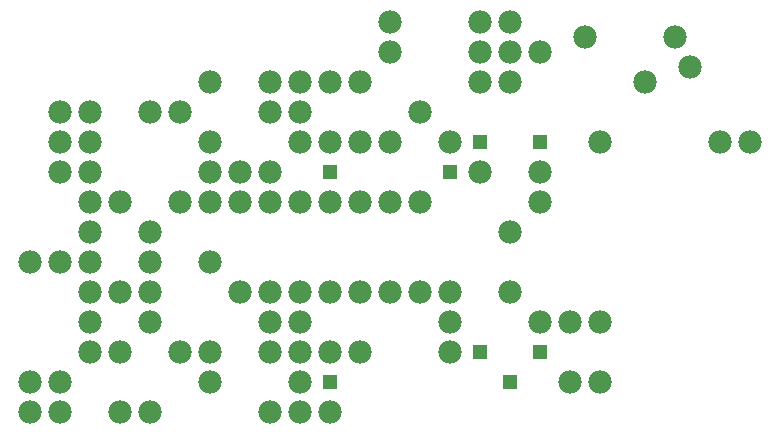
<source format=gts>
G75*
%MOIN*%
%OFA0B0*%
%FSLAX25Y25*%
%IPPOS*%
%LPD*%
%AMOC8*
5,1,8,0,0,1.08239X$1,22.5*
%
%ADD10C,0.07800*%
%ADD11R,0.04762X0.04762*%
D10*
X0011000Y0011760D03*
X0021000Y0011760D03*
X0021000Y0021760D03*
X0011000Y0021760D03*
X0031000Y0031760D03*
X0041000Y0031760D03*
X0031000Y0041760D03*
X0031000Y0051760D03*
X0041000Y0051760D03*
X0051000Y0051760D03*
X0051000Y0041760D03*
X0061000Y0031760D03*
X0071000Y0031760D03*
X0071000Y0021760D03*
X0051000Y0011760D03*
X0041000Y0011760D03*
X0091000Y0011760D03*
X0101000Y0011760D03*
X0111000Y0011760D03*
X0101000Y0021760D03*
X0101000Y0031760D03*
X0091000Y0031760D03*
X0091000Y0041760D03*
X0101000Y0041760D03*
X0101000Y0051760D03*
X0091000Y0051760D03*
X0081000Y0051760D03*
X0071000Y0061760D03*
X0051000Y0061760D03*
X0051000Y0071760D03*
X0041000Y0081760D03*
X0031000Y0081760D03*
X0031000Y0071760D03*
X0031000Y0061760D03*
X0021000Y0061760D03*
X0011000Y0061760D03*
X0061000Y0081760D03*
X0071000Y0081760D03*
X0081000Y0081760D03*
X0091000Y0081760D03*
X0101000Y0081760D03*
X0111000Y0081760D03*
X0121000Y0081760D03*
X0131000Y0081760D03*
X0141000Y0081760D03*
X0161000Y0091760D03*
X0151000Y0101760D03*
X0141000Y0111760D03*
X0131000Y0101760D03*
X0121000Y0101760D03*
X0111000Y0101760D03*
X0101000Y0101760D03*
X0101000Y0111760D03*
X0091000Y0111760D03*
X0091000Y0121760D03*
X0101000Y0121760D03*
X0111000Y0121760D03*
X0121000Y0121760D03*
X0131000Y0131760D03*
X0131000Y0141760D03*
X0161000Y0141760D03*
X0171000Y0141760D03*
X0171000Y0131760D03*
X0181000Y0131760D03*
X0171000Y0121760D03*
X0161000Y0121760D03*
X0161000Y0131760D03*
X0196000Y0136760D03*
X0216000Y0121760D03*
X0231000Y0126760D03*
X0226000Y0136760D03*
X0241000Y0101760D03*
X0251000Y0101760D03*
X0201000Y0101760D03*
X0181000Y0091760D03*
X0181000Y0081760D03*
X0171000Y0071760D03*
X0171000Y0051760D03*
X0181000Y0041760D03*
X0191000Y0041760D03*
X0201000Y0041760D03*
X0201000Y0021760D03*
X0191000Y0021760D03*
X0151000Y0031760D03*
X0151000Y0041760D03*
X0151000Y0051760D03*
X0141000Y0051760D03*
X0131000Y0051760D03*
X0121000Y0051760D03*
X0111000Y0051760D03*
X0111000Y0031760D03*
X0121000Y0031760D03*
X0091000Y0091760D03*
X0081000Y0091760D03*
X0071000Y0091760D03*
X0071000Y0101760D03*
X0061000Y0111760D03*
X0051000Y0111760D03*
X0071000Y0121760D03*
X0031000Y0111760D03*
X0021000Y0111760D03*
X0021000Y0101760D03*
X0031000Y0101760D03*
X0031000Y0091760D03*
X0021000Y0091760D03*
D11*
X0111000Y0091760D03*
X0151000Y0091760D03*
X0161000Y0101760D03*
X0181000Y0101760D03*
X0181000Y0031760D03*
X0171000Y0021760D03*
X0161000Y0031760D03*
X0111000Y0021760D03*
M02*

</source>
